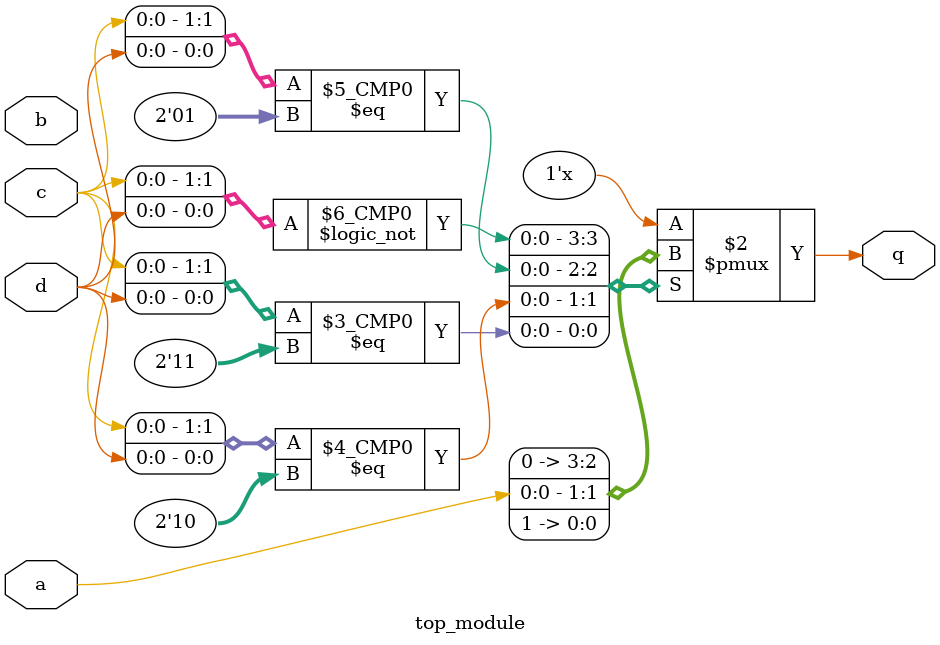
<source format=sv>
module top_module (
    input wire a,
    input wire b,
    input wire c,
    input wire d,
    output reg q
);

    always @(*)
    begin
        case ({c, d})
            2'b00: q = 1'b0;
            2'b01: q = 1'b0;
            2'b10: q = a;
            2'b11: q = 1'b1;
        endcase
    end

endmodule

</source>
